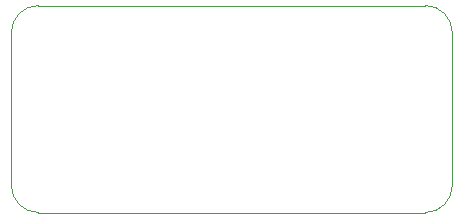
<source format=gbr>
G04 #@! TF.GenerationSoftware,KiCad,Pcbnew,5.1.6-c6e7f7d~86~ubuntu18.04.1*
G04 #@! TF.CreationDate,2021-05-10T21:05:39-07:00*
G04 #@! TF.ProjectId,usb_dev_pmod,7573625f-6465-4765-9f70-6d6f642e6b69,rev?*
G04 #@! TF.SameCoordinates,Original*
G04 #@! TF.FileFunction,Profile,NP*
%FSLAX46Y46*%
G04 Gerber Fmt 4.6, Leading zero omitted, Abs format (unit mm)*
G04 Created by KiCad (PCBNEW 5.1.6-c6e7f7d~86~ubuntu18.04.1) date 2021-05-10 21:05:39*
%MOMM*%
%LPD*%
G01*
G04 APERTURE LIST*
G04 #@! TA.AperFunction,Profile*
%ADD10C,0.050000*%
G04 #@! TD*
G04 APERTURE END LIST*
D10*
X83566000Y-86106000D02*
G75*
G02*
X81280000Y-83820000I0J2286000D01*
G01*
X81280000Y-70866000D02*
G75*
G02*
X83566000Y-68580000I2286000J0D01*
G01*
X116332000Y-68580000D02*
G75*
G02*
X118618000Y-70866000I0J-2286000D01*
G01*
X118618000Y-83820000D02*
G75*
G02*
X116332000Y-86106000I-2286000J0D01*
G01*
X116332000Y-86106000D02*
X111506000Y-86106000D01*
X111506000Y-86106000D02*
X83566000Y-86106000D01*
X118618000Y-83820000D02*
X118618000Y-70866000D01*
X81280000Y-83820000D02*
X81280000Y-70866000D01*
X83566000Y-68580000D02*
X116332000Y-68580000D01*
M02*

</source>
